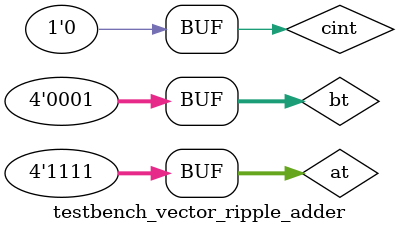
<source format=v>
module testbench_vector_ripple_adder;

 reg [3:0]at;
 reg [3:0]bt;
 reg cint;

 wire [3:0]st;
 wire coutt;

  ripple_adder rl(
                  .a0(at),.a1(at),.a2(at),.a3(at),
                  .b0(bt),.b1(bt),.b2(bt),.b3(bt),
					   .s0(st),.s1(st),.s2(st),.s3(st),
					   .cin0(coutt),
					   .cout(cint)
					  );

 initial 
  begin
	at= 4'b0001; bt=4'b1111; cint=0;
	 #10
	at= 4'b0011; bt=4'b0111; cint=0;
	 #10
	at= 4'b0111; bt=4'b0011; cint=0;
	 #10
	at= 4'b1111; bt=4'b0001; cint=0;
				  
   end
   endmodule
					 
					 
</source>
